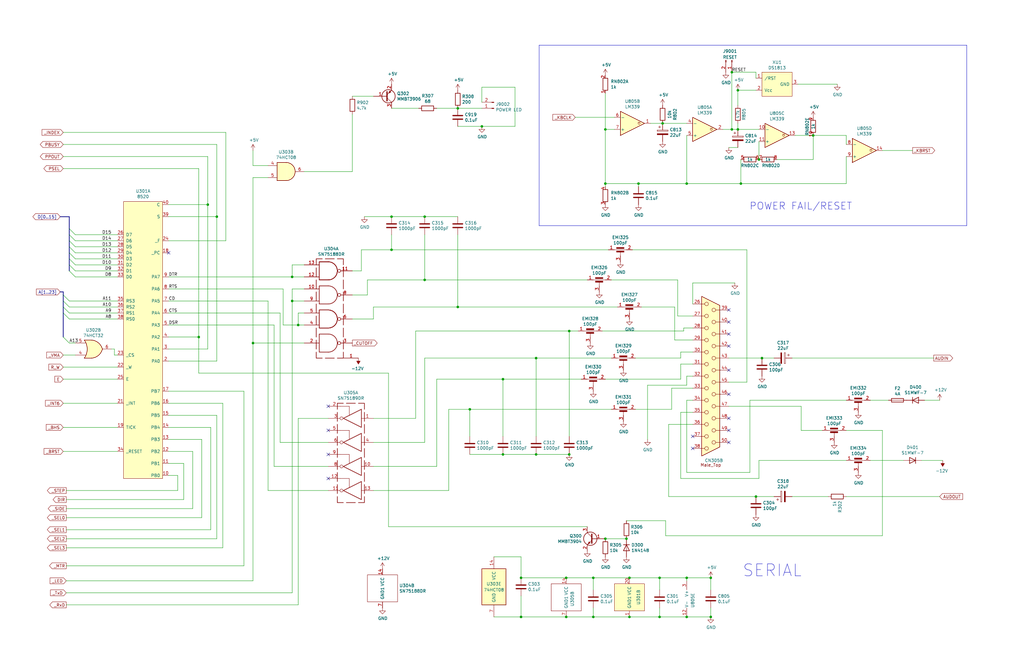
<source format=kicad_sch>
(kicad_sch (version 20230121) (generator eeschema)
  (paper "B")
  (title_block (title "Amiga 2000 EATX") (date "2023-03-10") (rev "3.0"))
  (junction (at 212.09 160.02))
  (junction (at 320.04 67.31))
  (junction (at 193.04 129.54))
  (junction (at 278.13 260.35))
  (junction (at 203.2 53.34))
  (junction (at 106.68 144.78))
  (junction (at 279.4 52.07))
  (junction (at 179.07 118.11))
  (junction (at 125.73 137.16))
  (junction (at 87.63 86.36))
  (junction (at 318.77 209.55))
  (junction (at 250.19 260.35))
  (junction (at 91.44 91.44))
  (junction (at 226.06 191.77))
  (junction (at 255.27 227.33))
  (junction (at 255.27 54.61))
  (junction (at 255.27 77.47))
  (junction (at 289.56 77.47))
  (junction (at 321.31 151.13))
  (junction (at 123.19 127))
  (junction (at 265.43 243.84))
  (junction (at 212.09 191.77))
  (junction (at 312.42 77.47))
  (junction (at 311.15 38.1))
  (junction (at 219.71 243.84))
  (junction (at 226.06 151.13))
  (junction (at 289.56 243.84))
  (junction (at 308.61 54.61))
  (junction (at 265.43 260.35))
  (junction (at 269.24 77.47))
  (junction (at 250.19 243.84))
  (junction (at 165.1 91.44))
  (junction (at 289.56 260.35))
  (junction (at 198.12 172.72))
  (junction (at 311.15 54.61))
  (junction (at 165.1 105.41))
  (junction (at 179.07 91.44))
  (junction (at 299.72 243.84))
  (junction (at 278.13 243.84))
  (junction (at 308.61 30.48))
  (junction (at 83.82 142.24))
  (junction (at 240.03 191.77))
  (junction (at 264.16 227.33))
  (junction (at 193.04 45.72))
  (junction (at 123.19 116.84))
  (junction (at 342.9 57.15))
  (junction (at 240.03 139.7))
  (junction (at 238.76 260.35))
  (junction (at 219.71 260.35))
  (junction (at 299.72 260.35))
  (junction (at 238.76 243.84))
  (no_connect (at 307.34 166.37))
  (no_connect (at 71.12 106.68))
  (no_connect (at 307.34 135.89))
  (no_connect (at 292.1 184.15))
  (no_connect (at 307.34 156.21))
  (no_connect (at 307.34 146.05))
  (no_connect (at 307.34 130.81))
  (no_connect (at 138.43 171.45))
  (no_connect (at 307.34 181.61))
  (no_connect (at 138.43 181.61))
  (no_connect (at 307.34 176.53))
  (no_connect (at 292.1 189.23))
  (no_connect (at 138.43 191.77))
  (no_connect (at 307.34 140.97))
  (no_connect (at 307.34 186.69))
  (no_connect (at 138.43 201.93))
  (bus_entry (at 31.75 116.84) (size -2.54 -2.54))
  (bus_entry (at 29.21 134.62) (size -2.54 -2.54))
  (bus_entry (at 29.21 132.08) (size -2.54 -2.54))
  (bus_entry (at 31.75 101.6) (size -2.54 -2.54))
  (bus_entry (at 31.75 111.76) (size -2.54 -2.54))
  (bus_entry (at 29.21 127) (size -2.54 -2.54))
  (bus_entry (at 29.21 129.54) (size -2.54 -2.54))
  (bus_entry (at 31.75 114.3) (size -2.54 -2.54))
  (bus_entry (at 31.75 104.14) (size -2.54 -2.54))
  (bus_entry (at 31.75 99.06) (size -2.54 -2.54))
  (bus_entry (at 29.21 144.78) (size -2.54 -2.54))
  (bus_entry (at 31.75 106.68) (size -2.54 -2.54))
  (bus_entry (at 31.75 109.22) (size -2.54 -2.54))
  (wire (pts (xy 193.04 91.44) (xy 179.07 91.44)))
  (wire (pts (xy 95.25 55.88) (xy 26.67 55.88)))
  (wire (pts (xy 49.53 132.08) (xy 29.21 132.08)))
  (wire (pts (xy 71.12 86.36) (xy 87.63 86.36)))
  (wire (pts (xy 372.11 226.06) (xy 280.67 226.06)))
  (wire (pts (xy 83.82 71.12) (xy 26.67 71.12)))
  (wire (pts (xy 356.87 77.47) (xy 356.87 66.04)))
  (wire (pts (xy 85.09 218.44) (xy 27.94 218.44)))
  (wire (pts (xy 138.43 176.53) (xy 125.73 176.53)))
  (wire (pts (xy 307.34 62.23) (xy 311.15 62.23)))
  (wire (pts (xy 240.03 139.7) (xy 240.03 184.15)))
  (wire (pts (xy 125.73 132.08) (xy 128.27 132.08)))
  (wire (pts (xy 49.53 154.94) (xy 26.67 154.94)))
  (wire (pts (xy 91.44 91.44) (xy 91.44 60.96)))
  (wire (pts (xy 193.04 45.72) (xy 203.2 45.72)))
  (bus (pts (xy 26.67 132.08) (xy 26.67 142.24)))
  (wire (pts (xy 240.03 139.7) (xy 243.84 139.7)))
  (wire (pts (xy 163.83 222.25) (xy 163.83 157.48)))
  (bus (pts (xy 26.67 124.46) (xy 26.67 127)))
  (wire (pts (xy 83.82 142.24) (xy 83.82 71.12)))
  (bus (pts (xy 25.4 123.19) (xy 26.67 123.19)))
  (wire (pts (xy 269.24 77.47) (xy 255.27 77.47)))
  (wire (pts (xy 71.12 185.42) (xy 85.09 185.42)))
  (wire (pts (xy 113.03 69.85) (xy 106.68 69.85)))
  (wire (pts (xy 49.53 109.22) (xy 31.75 109.22)))
  (wire (pts (xy 91.44 227.33) (xy 27.94 227.33)))
  (wire (pts (xy 314.96 161.29) (xy 314.96 105.41)))
  (wire (pts (xy 372.11 181.61) (xy 372.11 226.06)))
  (wire (pts (xy 287.02 173.99) (xy 287.02 201.93)))
  (polyline (pts (xy 227.33 95.25) (xy 227.33 19.05)))
  (wire (pts (xy 184.15 160.02) (xy 212.09 160.02)))
  (wire (pts (xy 175.26 139.7) (xy 240.03 139.7)))
  (wire (pts (xy 226.06 184.15) (xy 226.06 151.13)))
  (wire (pts (xy 274.32 52.07) (xy 279.4 52.07)))
  (bus (pts (xy 29.21 91.44) (xy 29.21 96.52)))
  (wire (pts (xy 46.99 147.32) (xy 48.26 147.32)))
  (wire (pts (xy 83.82 157.48) (xy 83.82 142.24)))
  (wire (pts (xy 212.09 191.77) (xy 226.06 191.77)))
  (wire (pts (xy 342.9 57.15) (xy 356.87 57.15)))
  (wire (pts (xy 125.73 137.16) (xy 125.73 132.08)))
  (wire (pts (xy 238.76 243.84) (xy 250.19 243.84)))
  (wire (pts (xy 219.71 251.46) (xy 219.71 260.35)))
  (wire (pts (xy 179.07 118.11) (xy 247.65 118.11)))
  (wire (pts (xy 71.12 190.5) (xy 81.28 190.5)))
  (polyline (pts (xy 407.67 19.05) (xy 407.67 95.25)))
  (wire (pts (xy 48.26 149.86) (xy 49.53 149.86)))
  (wire (pts (xy 265.43 260.35) (xy 278.13 260.35)))
  (wire (pts (xy 292.1 168.91) (xy 289.56 168.91)))
  (bus (pts (xy 26.67 123.19) (xy 26.67 124.46)))
  (wire (pts (xy 280.67 226.06) (xy 280.67 219.71)))
  (wire (pts (xy 212.09 160.02) (xy 245.11 160.02)))
  (wire (pts (xy 91.44 60.96) (xy 26.67 60.96)))
  (wire (pts (xy 106.68 144.78) (xy 106.68 245.11)))
  (wire (pts (xy 308.61 54.61) (xy 311.15 54.61)))
  (wire (pts (xy 102.87 165.1) (xy 102.87 238.76)))
  (wire (pts (xy 106.68 74.93) (xy 113.03 74.93)))
  (wire (pts (xy 123.19 116.84) (xy 128.27 116.84)))
  (wire (pts (xy 93.98 170.18) (xy 93.98 231.14)))
  (wire (pts (xy 284.48 129.54) (xy 284.48 143.51)))
  (wire (pts (xy 198.12 191.77) (xy 212.09 191.77)))
  (wire (pts (xy 93.98 231.14) (xy 27.94 231.14)))
  (wire (pts (xy 307.34 171.45) (xy 337.82 171.45)))
  (wire (pts (xy 281.94 179.07) (xy 281.94 209.55)))
  (wire (pts (xy 49.53 104.14) (xy 31.75 104.14)))
  (wire (pts (xy 312.42 67.31) (xy 312.42 77.47)))
  (wire (pts (xy 321.31 151.13) (xy 326.39 151.13)))
  (wire (pts (xy 48.26 147.32) (xy 48.26 149.86)))
  (wire (pts (xy 269.24 77.47) (xy 269.24 78.74)))
  (wire (pts (xy 165.1 91.44) (xy 153.67 91.44)))
  (wire (pts (xy 289.56 260.35) (xy 299.72 260.35)))
  (wire (pts (xy 278.13 243.84) (xy 289.56 243.84)))
  (wire (pts (xy 283.21 172.72) (xy 283.21 163.83)))
  (wire (pts (xy 320.04 59.69) (xy 320.04 67.31)))
  (wire (pts (xy 31.75 144.78) (xy 29.21 144.78)))
  (wire (pts (xy 91.44 175.26) (xy 91.44 227.33)))
  (wire (pts (xy 198.12 184.15) (xy 198.12 172.72)))
  (bus (pts (xy 29.21 109.22) (xy 29.21 111.76)))
  (wire (pts (xy 113.03 127) (xy 113.03 207.01)))
  (wire (pts (xy 203.2 36.83) (xy 217.17 36.83)))
  (bus (pts (xy 29.21 91.44) (xy 25.4 91.44)))
  (bus (pts (xy 26.67 129.54) (xy 26.67 132.08)))
  (wire (pts (xy 123.19 127) (xy 123.19 250.19)))
  (wire (pts (xy 356.87 57.15) (xy 356.87 60.96)))
  (wire (pts (xy 71.12 200.66) (xy 74.93 200.66)))
  (wire (pts (xy 292.1 128.27) (xy 292.1 119.38)))
  (wire (pts (xy 189.23 207.01) (xy 189.23 172.72)))
  (wire (pts (xy 312.42 77.47) (xy 356.87 77.47)))
  (wire (pts (xy 74.93 200.66) (xy 74.93 207.01)))
  (wire (pts (xy 289.56 199.39) (xy 316.23 199.39)))
  (wire (pts (xy 95.25 101.6) (xy 95.25 55.88)))
  (wire (pts (xy 154.94 124.46) (xy 154.94 118.11)))
  (wire (pts (xy 287.02 160.02) (xy 287.02 153.67)))
  (wire (pts (xy 49.53 99.06) (xy 31.75 99.06)))
  (wire (pts (xy 193.04 53.34) (xy 203.2 53.34)))
  (wire (pts (xy 189.23 172.72) (xy 198.12 172.72)))
  (wire (pts (xy 288.29 138.43) (xy 292.1 138.43)))
  (wire (pts (xy 165.1 105.41) (xy 256.54 105.41)))
  (wire (pts (xy 154.94 118.11) (xy 179.07 118.11)))
  (wire (pts (xy 269.24 77.47) (xy 289.56 77.47)))
  (wire (pts (xy 292.1 158.75) (xy 289.56 158.75)))
  (wire (pts (xy 217.17 53.34) (xy 203.2 53.34)))
  (wire (pts (xy 193.04 129.54) (xy 260.35 129.54)))
  (wire (pts (xy 26.67 160.02) (xy 49.53 160.02)))
  (wire (pts (xy 49.53 180.34) (xy 26.67 180.34)))
  (wire (pts (xy 255.27 227.33) (xy 264.16 227.33)))
  (wire (pts (xy 334.01 151.13) (xy 393.7 151.13)))
  (wire (pts (xy 285.75 118.11) (xy 285.75 133.35)))
  (bus (pts (xy 29.21 106.68) (xy 29.21 109.22)))
  (wire (pts (xy 304.8 54.61) (xy 308.61 54.61)))
  (wire (pts (xy 175.26 139.7) (xy 175.26 176.53)))
  (wire (pts (xy 87.63 66.04) (xy 26.67 66.04)))
  (wire (pts (xy 255.27 54.61) (xy 259.08 54.61)))
  (wire (pts (xy 288.29 139.7) (xy 288.29 138.43)))
  (wire (pts (xy 125.73 176.53) (xy 125.73 255.27)))
  (bus (pts (xy 29.21 104.14) (xy 29.21 106.68)))
  (wire (pts (xy 289.56 243.84) (xy 289.56 245.11)))
  (wire (pts (xy 278.13 260.35) (xy 289.56 260.35)))
  (wire (pts (xy 74.93 207.01) (xy 27.94 207.01)))
  (wire (pts (xy 152.4 105.41) (xy 152.4 114.3)))
  (wire (pts (xy 285.75 133.35) (xy 292.1 133.35)))
  (wire (pts (xy 71.12 91.44) (xy 91.44 91.44)))
  (wire (pts (xy 157.48 134.62) (xy 157.48 129.54)))
  (wire (pts (xy 255.27 78.74) (xy 255.27 77.47)))
  (wire (pts (xy 71.12 132.08) (xy 118.11 132.08)))
  (wire (pts (xy 193.04 99.06) (xy 193.04 129.54)))
  (wire (pts (xy 49.53 116.84) (xy 31.75 116.84)))
  (wire (pts (xy 81.28 190.5) (xy 81.28 214.63)))
  (wire (pts (xy 148.59 124.46) (xy 154.94 124.46)))
  (wire (pts (xy 208.28 234.95) (xy 219.71 234.95)))
  (wire (pts (xy 91.44 91.44) (xy 91.44 152.4)))
  (bus (pts (xy 29.21 101.6) (xy 29.21 104.14)))
  (wire (pts (xy 266.7 105.41) (xy 314.96 105.41)))
  (wire (pts (xy 113.03 207.01) (xy 138.43 207.01)))
  (wire (pts (xy 320.04 194.31) (xy 320.04 201.93)))
  (wire (pts (xy 31.75 111.76) (xy 49.53 111.76)))
  (wire (pts (xy 226.06 151.13) (xy 257.81 151.13)))
  (wire (pts (xy 250.19 260.35) (xy 265.43 260.35)))
  (wire (pts (xy 148.59 72.39) (xy 148.59 48.26)))
  (wire (pts (xy 106.68 144.78) (xy 106.68 74.93)))
  (wire (pts (xy 87.63 147.32) (xy 71.12 147.32)))
  (wire (pts (xy 157.48 207.01) (xy 189.23 207.01)))
  (wire (pts (xy 283.21 163.83) (xy 292.1 163.83)))
  (polyline (pts (xy 227.33 19.05) (xy 407.67 19.05)))
  (wire (pts (xy 152.4 105.41) (xy 165.1 105.41)))
  (wire (pts (xy 278.13 256.54) (xy 278.13 260.35)))
  (wire (pts (xy 212.09 184.15) (xy 212.09 160.02)))
  (wire (pts (xy 85.09 185.42) (xy 85.09 218.44)))
  (wire (pts (xy 157.48 129.54) (xy 193.04 129.54)))
  (wire (pts (xy 123.19 250.19) (xy 27.94 250.19)))
  (wire (pts (xy 238.76 260.35) (xy 250.19 260.35)))
  (wire (pts (xy 31.75 101.6) (xy 49.53 101.6)))
  (wire (pts (xy 128.27 72.39) (xy 148.59 72.39)))
  (wire (pts (xy 179.07 91.44) (xy 165.1 91.44)))
  (wire (pts (xy 299.72 243.84) (xy 289.56 243.84)))
  (wire (pts (xy 372.11 63.5) (xy 384.81 63.5)))
  (wire (pts (xy 179.07 151.13) (xy 226.06 151.13)))
  (wire (pts (xy 284.48 143.51) (xy 292.1 143.51)))
  (wire (pts (xy 287.02 201.93) (xy 320.04 201.93)))
  (wire (pts (xy 397.51 194.31) (xy 388.62 194.31)))
  (wire (pts (xy 71.12 121.92) (xy 119.38 121.92)))
  (wire (pts (xy 118.11 186.69) (xy 138.43 186.69)))
  (wire (pts (xy 336.55 35.56) (xy 353.06 35.56)))
  (wire (pts (xy 265.43 243.84) (xy 278.13 243.84)))
  (wire (pts (xy 71.12 101.6) (xy 95.25 101.6)))
  (wire (pts (xy 307.34 161.29) (xy 314.96 161.29)))
  (wire (pts (xy 299.72 260.35) (xy 299.72 256.54)))
  (wire (pts (xy 184.15 45.72) (xy 193.04 45.72)))
  (wire (pts (xy 71.12 180.34) (xy 88.9 180.34)))
  (wire (pts (xy 102.87 238.76) (xy 27.94 238.76)))
  (wire (pts (xy 289.56 162.56) (xy 273.05 162.56)))
  (wire (pts (xy 292.1 179.07) (xy 281.94 179.07)))
  (wire (pts (xy 250.19 243.84) (xy 265.43 243.84)))
  (bus (pts (xy 29.21 111.76) (xy 29.21 114.3)))
  (wire (pts (xy 49.53 190.5) (xy 26.67 190.5)))
  (wire (pts (xy 267.97 172.72) (xy 283.21 172.72)))
  (wire (pts (xy 91.44 152.4) (xy 71.12 152.4)))
  (wire (pts (xy 119.38 121.92) (xy 119.38 137.16)))
  (wire (pts (xy 307.34 151.13) (xy 321.31 151.13)))
  (wire (pts (xy 356.87 209.55) (xy 396.24 209.55)))
  (wire (pts (xy 203.2 43.18) (xy 203.2 36.83)))
  (wire (pts (xy 311.15 54.61) (xy 320.04 54.61)))
  (wire (pts (xy 238.76 243.84) (xy 219.71 243.84)))
  (wire (pts (xy 71.12 137.16) (xy 115.57 137.16)))
  (wire (pts (xy 311.15 38.1) (xy 311.15 44.45)))
  (wire (pts (xy 163.83 157.48) (xy 83.82 157.48)))
  (wire (pts (xy 128.27 121.92) (xy 123.19 121.92)))
  (wire (pts (xy 342.9 67.31) (xy 342.9 57.15)))
  (wire (pts (xy 270.51 129.54) (xy 284.48 129.54)))
  (wire (pts (xy 292.1 119.38) (xy 309.88 119.38)))
  (wire (pts (xy 247.65 222.25) (xy 163.83 222.25)))
  (wire (pts (xy 29.21 134.62) (xy 49.53 134.62)))
  (wire (pts (xy 49.53 170.18) (xy 26.67 170.18)))
  (bus (pts (xy 29.21 96.52) (xy 29.21 99.06)))
  (wire (pts (xy 335.28 57.15) (xy 342.9 57.15)))
  (wire (pts (xy 279.4 52.07) (xy 289.56 52.07)))
  (wire (pts (xy 219.71 234.95) (xy 219.71 243.84)))
  (wire (pts (xy 389.89 168.91) (xy 396.24 168.91)))
  (wire (pts (xy 123.19 111.76) (xy 123.19 116.84)))
  (wire (pts (xy 152.4 114.3) (xy 148.59 114.3)))
  (wire (pts (xy 255.27 54.61) (xy 255.27 77.47)))
  (wire (pts (xy 148.59 134.62) (xy 157.48 134.62)))
  (wire (pts (xy 289.56 77.47) (xy 312.42 77.47)))
  (wire (pts (xy 71.12 195.58) (xy 77.47 195.58)))
  (wire (pts (xy 287.02 153.67) (xy 292.1 153.67)))
  (wire (pts (xy 148.59 40.64) (xy 157.48 40.64)))
  (wire (pts (xy 165.1 99.06) (xy 165.1 105.41)))
  (wire (pts (xy 27.94 245.11) (xy 106.68 245.11)))
  (wire (pts (xy 179.07 186.69) (xy 179.07 151.13)))
  (wire (pts (xy 128.27 144.78) (xy 106.68 144.78)))
  (wire (pts (xy 356.87 194.31) (xy 320.04 194.31)))
  (wire (pts (xy 367.03 168.91) (xy 374.65 168.91)))
  (wire (pts (xy 179.07 99.06) (xy 179.07 118.11)))
  (wire (pts (xy 299.72 248.92) (xy 299.72 243.84)))
  (wire (pts (xy 287.02 148.59) (xy 292.1 148.59)))
  (wire (pts (xy 198.12 172.72) (xy 257.81 172.72)))
  (wire (pts (xy 287.02 151.13) (xy 287.02 148.59)))
  (bus (pts (xy 29.21 99.06) (xy 29.21 101.6)))
  (wire (pts (xy 26.67 149.86) (xy 31.75 149.86)))
  (wire (pts (xy 316.23 168.91) (xy 356.87 168.91)))
  (wire (pts (xy 88.9 180.34) (xy 88.9 223.52)))
  (wire (pts (xy 292.1 173.99) (xy 287.02 173.99)))
  (wire (pts (xy 88.9 223.52) (xy 27.94 223.52)))
  (wire (pts (xy 334.01 209.55) (xy 349.25 209.55)))
  (wire (pts (xy 337.82 181.61) (xy 346.71 181.61)))
  (wire (pts (xy 49.53 127) (xy 29.21 127)))
  (wire (pts (xy 250.19 248.92) (xy 250.19 243.84)))
  (wire (pts (xy 125.73 255.27) (xy 27.94 255.27)))
  (wire (pts (xy 87.63 86.36) (xy 87.63 147.32)))
  (wire (pts (xy 157.48 196.85) (xy 184.15 196.85)))
  (wire (pts (xy 327.66 67.31) (xy 342.9 67.31)))
  (bus (pts (xy 26.67 127) (xy 26.67 129.54)))
  (wire (pts (xy 165.1 45.72) (xy 176.53 45.72)))
  (wire (pts (xy 87.63 86.36) (xy 87.63 66.04)))
  (wire (pts (xy 49.53 114.3) (xy 31.75 114.3)))
  (wire (pts (xy 356.87 181.61) (xy 372.11 181.61)))
  (wire (pts (xy 119.38 137.16) (xy 125.73 137.16)))
  (wire (pts (xy 316.23 199.39) (xy 316.23 168.91)))
  (wire (pts (xy 257.81 118.11) (xy 285.75 118.11)))
  (wire (pts (xy 157.48 176.53) (xy 175.26 176.53)))
  (wire (pts (xy 308.61 30.48) (xy 308.61 54.61)))
  (wire (pts (xy 318.77 33.02) (xy 318.77 30.48)))
  (wire (pts (xy 311.15 52.07) (xy 311.15 54.61)))
  (wire (pts (xy 184.15 196.85) (xy 184.15 160.02)))
  (wire (pts (xy 219.71 260.35) (xy 208.28 260.35)))
  (wire (pts (xy 71.12 142.24) (xy 83.82 142.24)))
  (wire (pts (xy 255.27 54.61) (xy 255.27 39.37)))
  (wire (pts (xy 31.75 106.68) (xy 49.53 106.68)))
  (wire (pts (xy 255.27 160.02) (xy 287.02 160.02)))
  (polyline (pts (xy 407.67 95.25) (xy 227.33 95.25)))
  (wire (pts (xy 71.12 127) (xy 113.03 127)))
  (wire (pts (xy 125.73 137.16) (xy 128.27 137.16)))
  (wire (pts (xy 318.77 30.48) (xy 308.61 30.48)))
  (wire (pts (xy 281.94 209.55) (xy 318.77 209.55)))
  (wire (pts (xy 250.19 256.54) (xy 250.19 260.35)))
  (wire (pts (xy 106.68 69.85) (xy 106.68 63.5)))
  (wire (pts (xy 337.82 171.45) (xy 337.82 181.61)))
  (wire (pts (xy 77.47 210.82) (xy 27.94 210.82)))
  (wire (pts (xy 118.11 132.08) (xy 118.11 186.69)))
  (wire (pts (xy 123.19 121.92) (xy 123.19 127)))
  (wire (pts (xy 128.27 111.76) (xy 123.19 111.76)))
  (wire (pts (xy 115.57 137.16) (xy 115.57 196.85)))
  (wire (pts (xy 226.06 191.77) (xy 240.03 191.77)))
  (wire (pts (xy 254 139.7) (xy 288.29 139.7)))
  (wire (pts (xy 71.12 170.18) (xy 93.98 170.18)))
  (wire (pts (xy 273.05 162.56) (xy 273.05 185.42)))
  (wire (pts (xy 71.12 175.26) (xy 91.44 175.26)))
  (wire (pts (xy 49.53 129.54) (xy 29.21 129.54)))
  (wire (pts (xy 289.56 158.75) (xy 289.56 162.56)))
  (wire (pts (xy 318.77 38.1) (xy 311.15 38.1)))
  (wire (pts (xy 115.57 196.85) (xy 138.43 196.85)))
  (wire (pts (xy 81.28 214.63) (xy 27.94 214.63)))
  (wire (pts (xy 71.12 116.84) (xy 123.19 116.84)))
  (wire (pts (xy 157.48 186.69) (xy 179.07 186.69)))
  (wire (pts (xy 238.76 260.35) (xy 219.71 260.35)))
  (wire (pts (xy 318.77 209.55) (xy 326.39 209.55)))
  (wire (pts (xy 278.13 248.92) (xy 278.13 243.84)))
  (wire (pts (xy 267.97 151.13) (xy 287.02 151.13)))
  (wire (pts (xy 71.12 165.1) (xy 102.87 165.1)))
  (wire (pts (xy 259.08 49.53) (xy 242.57 49.53)))
  (wire (pts (xy 280.67 219.71) (xy 264.16 219.71)))
  (wire (pts (xy 289.56 168.91) (xy 289.56 199.39)))
  (wire (pts (xy 123.19 127) (xy 128.27 127)))
  (wire (pts (xy 289.56 57.15) (xy 289.56 77.47)))
  (wire (pts (xy 381 194.31) (xy 367.03 194.31)))
  (wire (pts (xy 217.17 36.83) (xy 217.17 53.34)))
  (wire (pts (xy 77.47 195.58) (xy 77.47 210.82)))
  (text "POWER FAIL/RESET" (at 359.41 88.9 0) (effects (font (size 2.9972 2.9972)) (justify right bottom)))
  (text "SERIAL" (at 313.055 243.84 0) (effects (font (size 5.0038 5.0038)) (justify left bottom)))
  (label "A11" (at 46.99 127 180) (effects (font (size 1.2954 1.2954))))
  (label "D8" (at 46.99 116.84 180) (effects (font (size 1.2954 1.2954))))
  (label "D15" (at 46.99 99.06 180) (effects (font (size 1.2954 1.2954))))
  (label "CTS" (at 71.12 132.08 0))
  (label "A9" (at 46.99 132.08 180) (effects (font (size 1.2954 1.2954))))
  (label "RESET" (at 308.61 30.48 0))
  (label "DSR" (at 71.12 137.16 0))
  (label "D14" (at 46.99 101.6 180) (effects (font (size 1.2954 1.2954))))
  (label "A13" (at 29.21 144.78 0) (effects (font (size 1.2954 1.2954))))
  (label "D9" (at 46.99 114.3 180) (effects (font (size 1.2954 1.2954))))
  (label "CD" (at 71.12 127 0))
  (label "A8" (at 46.99 134.62 180) (effects (font (size 1.2954 1.2954))))
  (label "D13" (at 46.99 104.14 180) (effects (font (size 1.2954 1.2954))))
  (label "DTR" (at 71.12 116.84 0))
  (label "D10" (at 46.99 111.76 180) (effects (font (size 1.2954 1.2954))))
  (label "D12" (at 46.99 106.68 180) (effects (font (size 1.2954 1.2954))))
  (label "D11" (at 46.99 109.22 180) (effects (font (size 1.2954 1.2954))))
  (label "A10" (at 46.99 129.54 180) (effects (font (size 1.2954 1.2954))))
  (label "RTS" (at 71.12 121.92 0))
  (global_label "_CUTOFF" (shape output) (at 148.59 144.78 0) (property "Intersheetrefs" "${INTERSHEET_REFS}" (effects hide)))
  (global_label "_RxD" (shape output) (at 27.94 255.27 180) (property "Intersheetrefs" "${INTERSHEET_REFS}" (effects hide)))
  (global_label "_STEP" (shape output) (at 27.94 207.01 180) (property "Intersheetrefs" "${INTERSHEET_REFS}" (effects hide)))
  (global_label "_INT6" (shape input) (at 26.67 170.18 180) (property "Intersheetrefs" "${INTERSHEET_REFS}" (effects hide)))
  (global_label "A[1..23]" (shape input) (at 25.4 123.19 180) (property "Intersheetrefs" "${INTERSHEET_REFS}" (effects hide)))
  (global_label "_MTR" (shape output) (at 27.94 238.76 180) (property "Intersheetrefs" "${INTERSHEET_REFS}" (effects hide)))
  (global_label "PSEL" (shape bidirectional) (at 26.67 71.12 180) (property "Intersheetrefs" "${INTERSHEET_REFS}" (effects hide)))
  (global_label "_SIDE" (shape output) (at 27.94 214.63 180) (property "Intersheetrefs" "${INTERSHEET_REFS}" (effects hide)))
  (global_label "PPOUT" (shape bidirectional) (at 26.67 66.04 180) (property "Intersheetrefs" "${INTERSHEET_REFS}" (effects hide)))
  (global_label "_BHS" (shape input) (at 26.67 180.34 180) (property "Intersheetrefs" "${INTERSHEET_REFS}" (effects hide)))
  (global_label "_KBCLK" (shape input) (at 242.57 49.53 180) (property "Intersheetrefs" "${INTERSHEET_REFS}" (effects hide)))
  (global_label "PBUSY" (shape bidirectional) (at 26.67 60.96 180) (property "Intersheetrefs" "${INTERSHEET_REFS}" (effects hide)))
  (global_label "_BRST" (shape input) (at 26.67 190.5 180) (property "Intersheetrefs" "${INTERSHEET_REFS}" (effects hide)))
  (global_label "AUDIN" (shape output) (at 393.7 151.13 0) (property "Intersheetrefs" "${INTERSHEET_REFS}" (effects hide)))
  (global_label "_SEL2" (shape output) (at 27.94 227.33 180) (property "Intersheetrefs" "${INTERSHEET_REFS}" (effects hide)))
  (global_label "R_W" (shape input) (at 26.67 154.94 180) (property "Intersheetrefs" "${INTERSHEET_REFS}" (effects hide)))
  (global_label "E" (shape input) (at 26.67 160.02 180) (property "Intersheetrefs" "${INTERSHEET_REFS}" (effects hide)))
  (global_label "_SEL3" (shape output) (at 27.94 231.14 180) (property "Intersheetrefs" "${INTERSHEET_REFS}" (effects hide)))
  (global_label "_VMA" (shape input) (at 26.67 149.86 180) (property "Intersheetrefs" "${INTERSHEET_REFS}" (effects hide)))
  (global_label "_INDEX" (shape input) (at 26.67 55.88 180) (property "Intersheetrefs" "${INTERSHEET_REFS}" (effects hide)))
  (global_label "_SEL1" (shape output) (at 27.94 223.52 180) (property "Intersheetrefs" "${INTERSHEET_REFS}" (effects hide)))
  (global_label "AUDOUT" (shape input) (at 396.24 209.55 0) (property "Intersheetrefs" "${INTERSHEET_REFS}" (effects hide)))
  (global_label "D[0..15]" (shape bidirectional) (at 25.4 91.44 180) (effects (font (size 1.2954 1.2954))) (property "Intersheetrefs" "${INTERSHEET_REFS}" (effects hide)))
  (global_label "_TxD" (shape input) (at 27.94 250.19 180) (property "Intersheetrefs" "${INTERSHEET_REFS}" (effects hide)))
  (global_label "_LED" (shape input) (at 27.94 245.11 180) (property "Intersheetrefs" "${INTERSHEET_REFS}" (effects hide)))
  (global_label "_SEL0" (shape output) (at 27.94 218.44 180) (property "Intersheetrefs" "${INTERSHEET_REFS}" (effects hide)))
  (global_label "_KBRST" (shape output) (at 384.81 63.5 0) (property "Intersheetrefs" "${INTERSHEET_REFS}" (effects hide)))
  (global_label "DIR" (shape output) (at 27.94 210.82 180) (property "Intersheetrefs" "${INTERSHEET_REFS}" (effects hide)))
  (symbol (lib_id "Amiga-Library:SN75188DR") (at 138.43 124.46 0) (unit 1)
    (property "Reference" "U304" (at 139.7 104.9782 0))
    (property "Value" "SN75188DR" (at 139.7 107.2896 0))
    (property "Footprint" "Package_SO:SOIC-14_3.9x8.7mm_P1.27mm" (effects hide))
    (property "Datasheet" "https://www.ti.com/lit/ds/symlink/mc1488.pdf?HQS=dis-dk-null-digikeymode-dsf-pf-null-wwe&ts=1616552868480" (effects hide))
  )
  (symbol (lib_id "Amiga-Library:DB25_Stack_FemaleAndMale") (at 299.72 158.75 0) (unit 2)
    (property "Reference" "CN305" (at 297.18 194.31 0) (effects (justify left)))
    (property "Value" "DB25_Stack_FemaleAndMale" (effects hide))
    (property "Footprint" "AmigaFootprints:DSUB-25_Stack_Female_Bottom_Male_Top" (effects hide))
    (property "Datasheet" " ~" (effects hide))
  )
  (symbol (lib_id "74xx:74LS08") (at 120.65 72.39 0) (unit 2)
    (property "Reference" "U303" (at 120.65 64.135 0))
    (property "Value" "74HCT08" (at 120.65 66.4464 0))
    (property "Datasheet" "http://www.ti.com/lit/gpn/sn74LS08" (effects hide))
  )
  (symbol (lib_id "power:+5V") (at 106.68 63.5 0) (unit 1)
    (property "Reference" "#PWR0292" (effects hide))
    (property "Value" "+5V" (at 107.061 59.1058 0))
  )
  (symbol (lib_id "Amiga-Library:C_Feedthrough") (at 252.73 120.65 0) (unit 1)
    (property "Reference" "EMI326" (at 252.73 112.903 0))
    (property "Value" "100pF" (at 252.73 115.2144 0))
    (property "Footprint" "AmigaFootprints:C_1206_3216_Feedthrough" (effects hide))
  )
  (symbol (lib_id "Amiga-Library:C_Feedthrough") (at 265.43 132.08 0) (unit 1)
    (property "Reference" "EMI327" (at 265.43 124.333 0))
    (property "Value" "100pF" (at 265.43 126.6444 0))
    (property "Footprint" "AmigaFootprints:C_1206_3216_Feedthrough" (effects hide))
  )
  (symbol (lib_id "Amiga-Library:C_Feedthrough") (at 248.92 142.24 0) (unit 1)
    (property "Reference" "EMI328" (at 248.92 134.493 0))
    (property "Value" "100pF" (at 248.92 136.8044 0))
    (property "Footprint" "AmigaFootprints:C_1206_3216_Feedthrough" (effects hide))
  )
  (symbol (lib_id "Amiga-Library:C_Feedthrough") (at 262.89 153.67 0) (unit 1)
    (property "Reference" "EMI329" (at 262.89 145.923 0))
    (property "Value" "100pF" (at 262.89 148.2344 0))
    (property "Footprint" "AmigaFootprints:C_1206_3216_Feedthrough" (effects hide))
  )
  (symbol (lib_id "Amiga-Library:C_Feedthrough") (at 250.19 162.56 0) (unit 1)
    (property "Reference" "EMI330" (at 250.19 154.813 0))
    (property "Value" "100pF" (at 250.19 157.1244 0))
    (property "Footprint" "AmigaFootprints:C_1206_3216_Feedthrough" (effects hide))
  )
  (symbol (lib_id "Amiga-Library:C_Feedthrough") (at 262.89 175.26 0) (unit 1)
    (property "Reference" "EMI331" (at 262.89 167.513 0))
    (property "Value" "100pF" (at 262.89 169.8244 0))
    (property "Footprint" "AmigaFootprints:C_1206_3216_Feedthrough" (effects hide))
  )
  (symbol (lib_id "Amiga-Library:C_Feedthrough") (at 261.62 107.95 0) (unit 1)
    (property "Reference" "EMI325" (at 261.62 100.203 0))
    (property "Value" "100pF" (at 261.62 102.5144 0))
    (property "Footprint" "AmigaFootprints:C_1206_3216_Feedthrough" (effects hide))
  )
  (symbol (lib_id "Amiga-Library:C_Feedthrough") (at 361.95 171.45 0) (unit 1)
    (property "Reference" "EMI332" (at 361.95 163.703 0))
    (property "Value" "100pF" (at 361.95 166.0144 0))
    (property "Footprint" "AmigaFootprints:C_1206_3216_Feedthrough" (effects hide))
  )
  (symbol (lib_id "Device:R") (at 148.59 44.45 0) (unit 1)
    (property "Reference" "R902" (at 150.368 43.2816 0) (effects (justify left)))
    (property "Value" "4.7k" (at 150.368 45.593 0) (effects (justify left)))
    (property "Footprint" "Resistor_SMD:R_1206_3216Metric" (effects hide))
  )
  (symbol (lib_id "Amiga-Library:C_Feedthrough") (at 351.79 184.15 0) (unit 1)
    (property "Reference" "EMI333" (at 351.79 176.403 0))
    (property "Value" "100pF" (at 351.79 178.7144 0))
    (property "Footprint" "AmigaFootprints:C_1206_3216_Feedthrough" (effects hide))
  )
  (symbol (lib_id "Amiga-Library:C_Feedthrough") (at 361.95 196.85 0) (unit 1)
    (property "Reference" "EMI334" (at 361.95 189.103 0))
    (property "Value" "100pF" (at 361.95 191.4144 0))
    (property "Footprint" "AmigaFootprints:C_1206_3216_Feedthrough" (effects hide))
  )
  (symbol (lib_id "power:+5V") (at 165.1 35.56 0) (unit 1)
    (property "Reference" "#PWR0293" (effects hide))
    (property "Value" "+5V" (at 165.481 31.1658 0))
  )
  (symbol (lib_id "Device:R") (at 180.34 45.72 270) (unit 1)
    (property "Reference" "R307" (at 180.34 40.4622 90))
    (property "Value" "68" (at 180.34 42.7736 90))
    (property "Footprint" "Resistor_SMD:R_1206_3216Metric" (effects hide))
  )
  (symbol (lib_id "Device:C") (at 193.04 49.53 0) (unit 1)
    (property "Reference" "C919" (at 195.961 48.3616 0) (effects (justify left)))
    (property "Value" "0.1uF" (at 195.961 50.673 0) (effects (justify left)))
    (property "Footprint" "Capacitor_SMD:C_1206_3216Metric" (effects hide))
  )
  (symbol (lib_id "2000ATX-rescue:Conn_01x02_Male-Connector") (at 208.28 45.72 180) (unit 1)
    (property "Reference" "J9002" (at 208.9912 43.9928 0) (effects (justify right)))
    (property "Value" "POWER LED" (at 208.9912 46.3042 0) (effects (justify right)))
    (property "Footprint" "Connector_PinHeader_2.54mm:PinHeader_1x02_P2.54mm_Vertical" (effects hide))
  )
  (symbol (lib_id "Device:R") (at 193.04 41.91 0) (unit 1)
    (property "Reference" "R308" (at 194.818 40.7416 0) (effects (justify left)))
    (property "Value" "200" (at 194.818 43.053 0) (effects (justify left)))
    (property "Footprint" "Resistor_SMD:R_1206_3216Metric" (effects hide))
  )
  (symbol (lib_id "Amiga-Library:8520") (at 60.96 137.16 0) (unit 1)
    (property "Reference" "U301" (at 60.325 80.645 0))
    (property "Value" "8520" (at 60.325 82.9564 0))
    (property "Footprint" "AmigaFootprints:DIP-40_W15.24mm" (effects hide))
  )
  (symbol (lib_id "74xx:74LS32") (at 39.37 147.32 0) (mirror x) (unit 2)
    (property "Reference" "U302" (at 39.37 139.2682 0))
    (property "Value" "74HCT32" (at 39.37 141.5796 0))
    (property "Datasheet" "http://www.ti.com/lit/gpn/sn74LS32" (effects hide))
  )
  (symbol (lib_id "power:GND") (at 203.2 53.34 0) (unit 1)
    (property "Reference" "#PWR0294" (effects hide))
    (property "Value" "GND" (at 203.327 57.7342 0))
  )
  (symbol (lib_id "power:+5V") (at 193.04 38.1 0) (unit 1)
    (property "Reference" "#PWR0295" (effects hide))
    (property "Value" "+5V" (at 193.421 33.7058 0))
  )
  (symbol (lib_id "power:GND") (at 262.89 177.8 0) (unit 1)
    (property "Reference" "#PWR0299" (effects hide))
    (property "Value" "GND" (at 263.017 182.1942 0))
  )
  (symbol (lib_id "power:GND") (at 250.19 165.1 0) (unit 1)
    (property "Reference" "#PWR0300" (effects hide))
    (property "Value" "GND" (at 250.317 169.4942 0))
  )
  (symbol (lib_id "power:GND") (at 262.89 156.21 0) (unit 1)
    (property "Reference" "#PWR0301" (effects hide))
    (property "Value" "GND" (at 263.017 160.6042 0))
  )
  (symbol (lib_id "power:GND") (at 248.92 144.78 0) (unit 1)
    (property "Reference" "#PWR0302" (effects hide))
    (property "Value" "GND" (at 249.047 149.1742 0))
  )
  (symbol (lib_id "power:GND") (at 265.43 134.62 0) (unit 1)
    (property "Reference" "#PWR0303" (effects hide))
    (property "Value" "GND" (at 265.557 139.0142 0))
  )
  (symbol (lib_id "power:GND") (at 252.73 123.19 0) (unit 1)
    (property "Reference" "#PWR0304" (effects hide))
    (property "Value" "GND" (at 252.857 127.5842 0))
  )
  (symbol (lib_id "power:GND") (at 261.62 110.49 0) (unit 1)
    (property "Reference" "#PWR0305" (effects hide))
    (property "Value" "GND" (at 261.747 114.8842 0))
  )
  (symbol (lib_id "Amiga-Library:SN75189DR") (at 149.86 191.77 0) (unit 1)
    (property "Reference" "U305" (at 147.955 165.735 0))
    (property "Value" "SN75189DR" (at 147.955 168.0464 0))
    (property "Footprint" "Package_SO:SOIC-14_3.9x8.7mm_P1.27mm" (effects hide))
    (property "Datasheet" "https://www.ti.com/lit/ds/symlink/mc1489a.pdf?HQS=dis-dk-null-digikeymode-dsf-pf-null-wwe&ts=1616554587381" (effects hide))
  )
  (symbol (lib_id "power:-12V") (at 151.13 151.13 180) (unit 1)
    (property "Reference" "#PWR0296" (effects hide))
    (property "Value" "-12V" (at 150.749 155.5242 0))
  )
  (symbol (lib_id "Amiga-Library:SN75188DR") (at 161.29 247.65 0) (unit 2)
    (property "Reference" "U304" (at 168.3512 247.1166 0) (effects (justify left)))
    (property "Value" "SN75188DR" (at 168.3512 249.428 0) (effects (justify left)))
    (property "Footprint" "Package_SO:SOIC-14_3.9x8.7mm_P1.27mm" (effects hide))
    (property "Datasheet" "https://www.ti.com/lit/ds/symlink/mc1488.pdf?HQS=dis-dk-null-digikeymode-dsf-pf-null-wwe&ts=1616552868480" (effects hide))
  )
  (symbol (lib_id "power:GND") (at 273.05 185.42 0) (unit 1)
    (property "Reference" "#PWR0306" (effects hide))
    (property "Value" "GND" (at 273.177 189.8142 0))
  )
  (symbol (lib_id "power:+12V") (at 161.29 240.03 0) (unit 1)
    (property "Reference" "#PWR0297" (effects hide))
    (property "Value" "+12V" (at 161.671 235.6358 0))
  )
  (symbol (lib_id "power:GND") (at 161.29 256.54 0) (unit 1)
    (property "Reference" "#PWR0298" (effects hide))
    (property "Value" "GND" (at 161.417 260.9342 0))
  )
  (symbol (lib_id "power:GND") (at 309.88 119.38 0) (unit 1)
    (property "Reference" "#PWR0307" (effects hide))
    (property "Value" "GND" (at 310.007 123.7742 0))
  )
  (symbol (lib_id "2000ATX-rescue:CP-Device") (at 330.2 151.13 270) (unit 1)
    (property "Reference" "C317" (at 330.2 144.653 90))
    (property "Value" "22uF" (at 330.2 146.9644 90))
    (property "Footprint" "Capacitor_SMD:CP_Elec_6.3x5.8" (effects hide))
  )
  (symbol (lib_id "Device:C") (at 321.31 154.94 0) (unit 1)
    (property "Reference" "C306" (at 324.231 153.7716 0) (effects (justify left)))
    (property "Value" "100pF" (at 324.231 156.083 0) (effects (justify left)))
    (property "Footprint" "Capacitor_SMD:C_1206_3216Metric" (effects hide))
  )
  (symbol (lib_id "power:GND") (at 321.31 158.75 0) (unit 1)
    (property "Reference" "#PWR0308" (effects hide))
    (property "Value" "GND" (at 321.437 163.1442 0))
  )
  (symbol (lib_id "power:GND") (at 361.95 173.99 0) (unit 1)
    (property "Reference" "#PWR0309" (effects hide))
    (property "Value" "GND" (at 362.077 178.3842 0))
  )
  (symbol (lib_id "power:GND") (at 351.79 186.69 0) (unit 1)
    (property "Reference" "#PWR0310" (effects hide))
    (property "Value" "GND" (at 351.917 191.0842 0))
  )
  (symbol (lib_id "power:GND") (at 361.95 199.39 0) (unit 1)
    (property "Reference" "#PWR0311" (effects hide))
    (property "Value" "GND" (at 362.077 203.7842 0))
  )
  (symbol (lib_id "Device:Fuse") (at 378.46 168.91 270) (unit 1)
    (property "Reference" "F2" (at 378.46 163.9062 90))
    (property "Value" "4A" (at 378.46 166.2176 90))
    (property "Footprint" "Fuse:Fuse_1206_3216Metric" (effects hide))
  )
  (symbol (lib_id "power:+12V") (at 396.24 168.91 0) (unit 1)
    (property "Reference" "#PWR0312" (effects hide))
    (property "Value" "+12V" (at 396.621 164.5158 0))
  )
  (symbol (lib_id "power:-12V") (at 397.51 194.31 180) (unit 1)
    (property "Reference" "#PWR0313" (effects hide))
    (property "Value" "-12V" (at 397.129 198.7042 0))
  )
  (symbol (lib_id "Device:R") (at 264.16 223.52 0) (unit 1)
    (property "Reference" "R306" (at 265.938 222.3516 0) (effects (justify left)))
    (property "Value" "10k" (at 265.938 224.663 0) (effects (justify left)))
    (property "Footprint" "Resistor_SMD:R_1206_3216Metric" (effects hide))
  )
  (symbol (lib_id "power:GND") (at 247.65 232.41 0) (unit 1)
    (property "Reference" "#PWR0314" (effects hide))
    (property "Value" "GND" (at 247.777 236.8042 0))
  )
  (symbol (lib_id "Device:R") (at 255.27 231.14 0) (unit 1)
    (property "Reference" "R305" (at 257.048 229.9716 0) (effects (justify left)))
    (property "Value" "10k" (at 257.048 232.283 0) (effects (justify left)))
    (property "Footprint" "Resistor_SMD:R_1206_3216Metric" (effects hide))
  )
  (symbol (lib_id "power:GND") (at 255.27 234.95 0) (unit 1)
    (property "Reference" "#PWR0315" (effects hide))
    (property "Value" "GND" (at 255.397 239.3442 0))
  )
  (symbol (lib_id "Diode:1N4148") (at 264.16 231.14 270) (unit 1)
    (property "Reference" "D300" (at 266.192 229.9716 90) (effects (justify left)))
    (property "Value" "1N4148" (at 266.192 232.283 90) (effects (justify left)))
    (property "Footprint" "Diode_SMD:D_SOD-323" (effects hide))
    (property "Datasheet" "https://assets.nexperia.com/documents/data-sheet/1N4148_1N4448.pdf" (effects hide))
    (property "pART" "1N4148WSTR" (effects hide))
  )
  (symbol (lib_id "power:GND") (at 264.16 234.95 0) (unit 1)
    (property "Reference" "#PWR0316" (effects hide))
    (property "Value" "GND" (at 264.287 239.3442 0))
  )
  (symbol (lib_id "2000ATX-rescue:CP-Device") (at 330.2 209.55 90) (unit 1)
    (property "Reference" "C318" (at 330.2 203.073 90))
    (property "Value" "22uF" (at 330.2 205.3844 90))
    (property "Footprint" "Capacitor_SMD:CP_Elec_6.3x5.8" (effects hide))
  )
  (symbol (lib_id "Device:C") (at 318.77 213.36 0) (unit 1)
    (property "Reference" "C304" (at 321.691 212.1916 0) (effects (justify left)))
    (property "Value" "100pF" (at 321.691 214.503 0) (effects (justify left)))
    (property "Footprint" "Capacitor_SMD:C_1206_3216Metric" (effects hide))
  )
  (symbol (lib_id "power:GND") (at 318.77 217.17 0) (unit 1)
    (property "Reference" "#PWR0317" (effects hide))
    (property "Value" "GND" (at 318.897 221.5642 0))
  )
  (symbol (lib_id "Amiga-Library:DS1813") (at 330.2 35.56 270) (unit 1)
    (property "Reference" "XU1" (at 327.66 26.289 90))
    (property "Value" "DS1813" (at 327.66 28.6004 90))
    (property "Footprint" "Package_TO_SOT_SMD:SOT-23" (effects hide))
  )
  (symbol (lib_id "Device:R") (at 353.06 209.55 270) (unit 1)
    (property "Reference" "R302" (at 354.2284 211.328 0) (effects (justify left)))
    (property "Value" "1k" (at 351.917 211.328 0) (effects (justify left)))
    (property "Footprint" "Resistor_SMD:R_1206_3216Metric" (effects hide))
  )
  (symbol (lib_id "Device:C") (at 198.12 187.96 0) (unit 1)
    (property "Reference" "C310" (at 201.041 186.7916 0) (effects (justify left)))
    (property "Value" "1000pF" (at 201.041 189.103 0) (effects (justify left)))
    (property "Footprint" "Capacitor_SMD:C_1206_3216Metric" (effects hide))
  )
  (symbol (lib_id "Device:C") (at 212.09 187.96 0) (unit 1)
    (property "Reference" "C311" (at 215.011 186.7916 0) (effects (justify left)))
    (property "Value" "1000pF" (at 215.011 189.103 0) (effects (justify left)))
    (property "Footprint" "Capacitor_SMD:C_1206_3216Metric" (effects hide))
  )
  (symbol (lib_id "Device:C") (at 226.06 187.96 0) (unit 1)
    (property "Reference" "C312" (at 228.981 186.7916 0) (effects (justify left)))
    (property "Value" "1000pF" (at 228.981 189.103 0) (effects (justify left)))
    (property "Footprint" "Capacitor_SMD:C_1206_3216Metric" (effects hide))
  )
  (symbol (lib_id "Device:C") (at 240.03 187.96 0) (unit 1)
    (property "Reference" "C313" (at 242.951 186.7916 0) (effects (justify left)))
    (property "Value" "1000pF" (at 242.951 189.103 0) (effects (justify left)))
    (property "Footprint" "Capacitor_SMD:C_1206_3216Metric" (effects hide))
  )
  (symbol (lib_id "Diode:1N4001") (at 386.08 168.91 0) (unit 1)
    (property "Reference" "D400" (at 386.08 163.3982 0))
    (property "Value" "S1MWF-7" (at 386.08 165.7096 0))
    (property "Footprint" "Diode_SMD:D_SOD-123F" (effects hide))
  )
  (symbol (lib_id "Diode:1N4001") (at 384.81 194.31 180) (unit 1)
    (property "Reference" "D401" (at 384.81 188.7982 0))
    (property "Value" "S1MWF-7" (at 384.81 191.1096 0))
    (property "Footprint" "Diode_SMD:D_SOD-123F" (effects hide))
  )
  (symbol (lib_id "power:GND") (at 240.03 191.77 0) (unit 1)
    (property "Reference" "#PWR0318" (effects hide))
    (property "Value" "GND" (at 240.157 196.1642 0))
  )
  (symbol (lib_id "Device:C") (at 165.1 95.25 0) (unit 1)
    (property "Reference" "C314" (at 168.021 94.0816 0) (effects (justify left)))
    (property "Value" "1000pF" (at 168.021 96.393 0) (effects (justify left)))
    (property "Footprint" "Capacitor_SMD:C_1206_3216Metric" (effects hide))
  )
  (symbol (lib_id "Device:C") (at 179.07 95.25 0) (unit 1)
    (property "Reference" "C315" (at 181.991 94.0816 0) (effects (justify left)))
    (property "Value" "1000pF" (at 181.991 96.393 0) (effects (justify left)))
    (property "Footprint" "Capacitor_SMD:C_1206_3216Metric" (effects hide))
  )
  (symbol (lib_id "Device:C") (at 193.04 95.25 0) (unit 1)
    (property "Reference" "C316" (at 195.961 94.0816 0) (effects (justify left)))
    (property "Value" "1000pF" (at 195.961 96.393 0) (effects (justify left)))
    (property "Footprint" "Capacitor_SMD:C_1206_3216Metric" (effects hide))
  )
  (symbol (lib_id "power:GND") (at 306.07 30.48 0) (unit 1)
    (property "Reference" "#PWR0176" (effects hide))
    (property "Value" "GND" (at 306.197 34.8742 0))
  )
  (symbol (lib_id "power:GND") (at 153.67 91.44 0) (unit 1)
    (property "Reference" "#PWR0319" (effects hide))
    (property "Value" "GND" (at 153.797 95.8342 0))
  )
  (symbol (lib_id "Comparator:LM339") (at 297.18 54.61 0) (mirror x) (unit 1)
    (property "Reference" "U805" (at 297.18 45.2882 0))
    (property "Value" "LM339" (at 297.18 47.5996 0))
    (property "Footprint" "Package_SO:SOIC-14_3.9x8.7mm_P1.27mm" (effects hide))
    (property "Datasheet" "https://www.st.com/resource/en/datasheet/lm139.pdf" (effects hide))
    (property "Part" "LM339ADR" (effects hide))
  )
  (symbol (lib_id "Comparator:LM339") (at 266.7 52.07 0) (mirror x) (unit 2)
    (property "Reference" "U805" (at 266.7 42.7482 0))
    (property "Value" "LM339" (at 266.7 45.0596 0))
    (property "Footprint" "Package_SO:SOIC-14_3.9x8.7mm_P1.27mm" (effects hide))
    (property "Datasheet" "https://www.st.com/resource/en/datasheet/lm139.pdf" (effects hide))
    (property "Part" "LM339ADR" (effects hide))
  )
  (symbol (lib_id "Comparator:LM339") (at 327.66 57.15 0) (mirror x) (unit 3)
    (property "Reference" "U805" (at 327.66 47.8282 0))
    (property "Value" "LM339" (at 327.66 50.1396 0))
    (property "Footprint" "Package_SO:SOIC-14_3.9x8.7mm_P1.27mm" (effects hide))
    (property "Datasheet" "https://www.st.com/resource/en/datasheet/lm139.pdf" (effects hide))
    (property "Part" "LM339ADR" (effects hide))
  )
  (symbol (lib_id "Comparator:LM339") (at 364.49 63.5 0) (mirror x) (unit 4)
    (property "Reference" "U805" (at 364.49 54.1782 0))
    (property "Value" "LM339" (at 364.49 56.4896 0))
    (property "Footprint" "Package_SO:SOIC-14_3.9x8.7mm_P1.27mm" (effects hide))
    (property "Datasheet" "https://www.st.com/resource/en/datasheet/lm139.pdf" (effects hide))
    (property "Part" "LM339ADR" (effects hide))
  )
  (symbol (lib_id "power:GND") (at 255.27 86.36 0) (unit 1)
    (property "Reference" "#PWR0320" (effects hide))
    (property "Value" "GND" (at 255.397 90.7542 0))
  )
  (symbol (lib_id "Device:R") (at 279.4 48.26 180) (unit 1)
    (property "Reference" "R802" (at 284.6578 48.26 90))
    (property "Value" "10k" (at 282.3464 48.26 90))
    (property "Footprint" "Resistor_SMD:R_1206_3216Metric" (effects hide))
  )
  (symbol (lib_id "2000ATX-rescue:CP-Device") (at 279.4 55.88 0) (unit 1)
    (property "Reference" "C813" (at 282.3972 54.7116 0) (effects (justify left)))
    (property "Value" "22uF" (at 282.3972 57.023 0) (effects (justify left)))
    (property "Footprint" "Capacitor_SMD:CP_Elec_6.3x5.8" (effects hide))
  )
  (symbol (lib_id "power:+5V") (at 255.27 31.75 0) (unit 1)
    (property "Reference" "#PWR0321" (effects hide))
    (property "Value" "+5V" (at 255.651 27.3558 0))
  )
  (symbol (lib_id "power:+5V") (at 279.4 44.45 0) (unit 1)
    (property "Reference" "#PWR0322" (effects hide))
    (property "Value" "+5V" (at 279.781 40.0558 0))
  )
  (symbol (lib_id "Device:C") (at 269.24 82.55 0) (unit 1)
    (property "Reference" "C815" (at 272.161 81.3816 0) (effects (justify left)))
    (property "Value" "0.1uF" (at 272.161 83.693 0) (effects (justify left)))
    (property "Footprint" "Capacitor_SMD:C_1206_3216Metric" (effects hide))
  )
  (symbol (lib_id "power:GND") (at 269.24 86.36 0) (unit 1)
    (property "Reference" "#PWR0323" (effects hide))
    (property "Value" "GND" (at 269.367 90.7542 0))
  )
  (symbol (lib_id "Device:R") (at 311.15 48.26 0) (unit 1)
    (property "Reference" "R805" (at 313.69 48.26 90))
    (property "Value" "47k" (at 311.15 48.26 90))
    (property "Footprint" "Resistor_SMD:R_1206_3216Metric" (effects hide))
  )
  (symbol (lib_id "2000ATX-rescue:CP-Device") (at 311.15 58.42 0) (unit 1)
    (property "Reference" "C814" (at 314.1472 57.2516 0) (effects (justify left)))
    (property "Value" "22uF" (at 314.1472 59.563 0) (effects (justify left)))
    (property "Footprint" "Capacitor_SMD:CP_Elec_6.3x5.8" (effects hide))
  )
  (symbol (lib_id "power:+5V") (at 311.15 38.1 0) (unit 1)
    (property "Reference" "#PWR0324" (effects hide))
    (property "Value" "+5V" (at 311.531 33.7058 0))
  )
  (symbol (lib_id "power:+5V") (at 342.9 49.53 0) (unit 1)
    (property "Reference" "#PWR0325" (effects hide))
    (property "Value" "+5V" (at 343.281 45.1358 0))
  )
  (symbol (lib_id "power:GND") (at 279.4 59.69 0) (unit 1)
    (property "Reference" "#PWR0180" (effects hide))
    (property "Value" "GND" (at 279.527 64.0842 0))
  )
  (symbol (lib_id "2000ATX-rescue:Conn_01x02_Male-Connector") (at 308.61 25.4 270) (unit 1)
    (property "Reference" "J9001" (at 304.8 21.59 90) (effects (justify left)))
    (property "Value" "RESET" (at 304.8 24.13 90) (effects (justify left)))
    (property "Footprint" "Connector_PinHeader_2.54mm:PinHeader_1x02_P2.54mm_Vertical" (effects hide))
  )
  (symbol (lib_id "power:GND") (at 353.06 35.56 0) (unit 1)
    (property "Reference" "#PWR0326" (effects hide))
    (property "Value" "GND" (at 353.187 39.9542 0))
  )
  (symbol (lib_id "power:GND") (at 307.34 62.23 0) (unit 1)
    (property "Reference" "#PWR0327" (effects hide))
    (property "Value" "GND" (at 307.467 66.6242 0))
  )
  (symbol (lib_id "74xx:74LS08") (at 208.28 247.65 0) (unit 5)
    (property "Reference" "U303" (at 208.28 246.38 0))
    (property "Value" "74HCT08" (at 208.28 248.92 0))
    (property "Datasheet" "http://www.ti.com/lit/gpn/sn74LS08" (effects hide))
  )
  (symbol (lib_id "Device:C") (at 219.71 247.65 0) (unit 1)
    (property "Reference" "C303" (at 222.631 246.4816 0) (effects (justify left)))
    (property "Value" "0.1uF" (at 222.631 248.793 0) (effects (justify left)))
    (property "Footprint" "Capacitor_SMD:C_1206_3216Metric" (effects hide))
  )
  (symbol (lib_id "Amiga-Library:SN75189DR") (at 238.76 251.46 0) (unit 2)
    (property "Reference" "U305" (at 241.3 252.73 90))
    (property "Value" "SN75189DR" (effects hide))
    (property "Footprint" "Package_SO:SOIC-14_3.9x8.7mm_P1.27mm" (effects hide))
    (property "Datasheet" "https://www.ti.com/lit/ds/symlink/mc1489a.pdf?HQS=dis-dk-null-digikeymode-dsf-pf-null-wwe&ts=1616554587381" (effects hide))
  )
  (symbol (lib_id "Amiga-Library:8520") (at 265.43 252.73 0) (unit 2)
    (property "Reference" "U301" (at 269.24 255.27 90) (effects (justify left)))
    (property "Value" "8520" (effects hide))
    (property "Footprint" "AmigaFootprints:DIP-40_W15.24mm" (effects hide))
  )
  (symbol (lib_id "Comparator:LM339") (at 287.02 252.73 0) (mirror y) (unit 5)
    (property "Reference" "U805" (at 292.1 250.19 90) (effects (justify right)))
    (property "Value" "LM339" (effects hide))
    (property "Footprint" "Package_SO:SOIC-14_3.9x8.7mm_P1.27mm" (effects hide))
    (property "Datasheet" "https://www.st.com/resource/en/datasheet/lm139.pdf" (effects hide))
    (property "Part" "LM339ADR" (effects hide))
  )
  (symbol (lib_id "Device:C") (at 299.72 252.73 0) (unit 1)
    (property "Reference" "C805" (at 302.641 251.5616 0) (effects (justify left)))
    (property "Value" "0.1uF" (at 302.641 253.873 0) (effects (justify left)))
    (property "Footprint" "Capacitor_SMD:C_1206_3216Metric" (effects hide))
  )
  (symbol (lib_id "Device:C") (at 278.13 252.73 0) (unit 1)
    (property "Reference" "C301" (at 281.051 251.5616 0) (effects (justify left)))
    (property "Value" "0.1uF" (at 281.051 253.873 0) (effects (justify left)))
    (property "Footprint" "Capacitor_SMD:C_1206_3216Metric" (effects hide))
  )
  (symbol (lib_id "Device:C") (at 250.19 252.73 0) (unit 1)
    (property "Reference" "C305" (at 253.111 251.5616 0) (effects (justify left)))
    (property "Value" "0.1uF" (at 253.111 253.873 0) (effects (justify left)))
    (property "Footprint" "Capacitor_SMD:C_1206_3216Metric" (effects hide))
  )
  (symbol (lib_id "power:GND") (at 299.72 260.35 0) (unit 1)
    (property "Reference" "#PWR0328" (effects hide))
    (property "Value" "GND" (at 299.847 264.7442 0))
  )
  (symbol (lib_id "power:+5V") (at 299.72 243.84 0) (unit 1)
    (property "Reference" "#PWR0329" (effects hide))
    (property "Value" "+5V" (at 300.101 239.4458 0))
  )
  (symbol (lib_id "Transistor_BJT:MMBT3904") (at 250.19 227.33 0) (mirror y) (unit 1)
    (property "Reference" "Q300" (at 245.3386 226.1616 0) (effects (justify left)))
    (property "Value" "MMBT3904" (at 245.3386 228.473 0) (effects (justify left)))
    (property "Footprint" "Package_TO_SOT_SMD:SOT-23" (effects hide))
    (property "Datasheet" "https://www.fairchildsemi.com/datasheets/2N/2N3904.pdf" (effects hide))
  )
  (symbol (lib_id "Transistor_BJT:MMBT3906") (at 162.56 40.64 0) (mirror x) (unit 1)
    (property "Reference" "Q302" (at 167.4114 39.4716 0) (effects (justify left)))
    (property "Value" "MMBT3906" (at 167.4114 41.783 0) (effects (justify left)))
    (property "Footprint" "Package_TO_SOT_SMD:SOT-23" (effects hide))
    (property "Datasheet" "https://www.fairchildsemi.com/datasheets/2N/2N3906.pdf" (effects hide))
  )
  (symbol (lib_id "Device:R_Pack05_SIP_Split") (at 255.27 35.56 0) (unit 1)
    (property "Reference" "RN802" (at 257.5052 34.3916 0) (effects (justify left)))
    (property "Value" "1k" (at 257.5052 36.703 0) (effects (justify left)))
    (property "Footprint" "Resistor_THT:R_Array_SIP10" (effects hide))
    (property "Datasheet" "http://www.vishay.com/docs/31509/csc.pdf" (effects hide))
  )
  (symbol (lib_id "Device:R_Pack05_SIP_Split") (at 255.27 82.55 0) (unit 2)
    (property "Reference" "RN802" (at 257.5052 81.3816 0) (effects (justify left)))
    (property "Value" "1k" (at 257.5052 83.693 0) (effects (justify left)))
    (property "Footprint" "Resistor_THT:R_Array_SIP10" (effects hide))
    (property "Datasheet" "http://www.vishay.com/docs/31509/csc.pdf" (effects hide))
  )
  (symbol (lib_id "Device:R_Pack05_SIP_Split") (at 316.23 67.31 270) (unit 3)
    (property "Reference" "RN802" (at 316.23 69.85 90))
    (property "Value" "1k" (at 316.23 67.31 90))
    (property "Footprint" "Resistor_THT:R_Array_SIP10" (effects hide))
    (property "Datasheet" "http://www.vishay.com/docs/31509/csc.pdf" (effects hide))
  )
  (symbol (lib_id "Device:R_Pack05_SIP_Split") (at 323.85 67.31 270) (unit 4)
    (property "Reference" "RN802" (at 325.12 69.85 90))
    (property "Value" "1k" (at 323.85 67.31 90))
    (property "Footprint" "Resistor_THT:R_Array_SIP10" (effects hide))
    (property "Datasheet" "http://www.vishay.com/docs/31509/csc.pdf" (effects hide))
  )
  (symbol (lib_id "Device:R_Pack05_SIP_Split") (at 342.9 53.34 180) (unit 5)
    (property "Reference" "RN802" (at 340.36 53.34 90))
    (property "Value" "1k" (at 342.9 53.34 90))
    (property "Footprint" "Resistor_THT:R_Array_SIP10" (effects hide))
    (property "Datasheet" "http://www.vishay.com/docs/31509/csc.pdf" (effects hide))
  )
)
</source>
